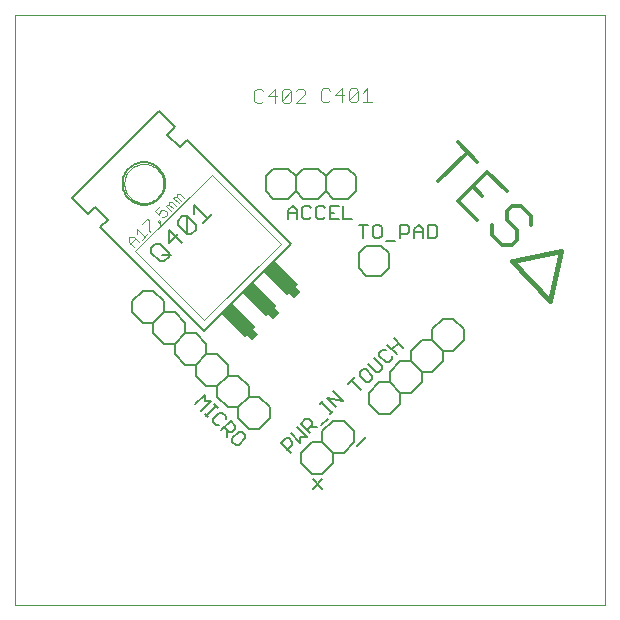
<source format=gto>
G75*
%MOIN*%
%OFA0B0*%
%FSLAX24Y24*%
%IPPOS*%
%LPD*%
%AMOC8*
5,1,8,0,0,1.08239X$1,22.5*
%
%ADD10C,0.0000*%
%ADD11C,0.0060*%
%ADD12C,0.0120*%
%ADD13C,0.0160*%
%ADD14C,0.0050*%
%ADD15C,0.0020*%
%ADD16C,0.0070*%
%ADD17C,0.0040*%
%ADD18R,0.0300X0.0250*%
%ADD19R,0.0500X0.1100*%
D10*
X000100Y000100D02*
X000100Y019785D01*
X019785Y019785D01*
X019785Y000100D01*
X000100Y000100D01*
X003751Y014156D02*
X003753Y014206D01*
X003759Y014256D01*
X003769Y014306D01*
X003782Y014354D01*
X003799Y014402D01*
X003820Y014448D01*
X003844Y014492D01*
X003872Y014534D01*
X003903Y014574D01*
X003937Y014611D01*
X003974Y014646D01*
X004013Y014677D01*
X004054Y014706D01*
X004098Y014731D01*
X004144Y014753D01*
X004191Y014771D01*
X004239Y014785D01*
X004288Y014796D01*
X004338Y014803D01*
X004388Y014806D01*
X004439Y014805D01*
X004489Y014800D01*
X004539Y014791D01*
X004587Y014779D01*
X004635Y014762D01*
X004681Y014742D01*
X004726Y014719D01*
X004769Y014692D01*
X004809Y014662D01*
X004847Y014629D01*
X004882Y014593D01*
X004915Y014554D01*
X004944Y014513D01*
X004970Y014470D01*
X004993Y014425D01*
X005012Y014378D01*
X005027Y014330D01*
X005039Y014281D01*
X005047Y014231D01*
X005051Y014181D01*
X005051Y014131D01*
X005047Y014081D01*
X005039Y014031D01*
X005027Y013982D01*
X005012Y013934D01*
X004993Y013887D01*
X004970Y013842D01*
X004944Y013799D01*
X004915Y013758D01*
X004882Y013719D01*
X004847Y013683D01*
X004809Y013650D01*
X004769Y013620D01*
X004726Y013593D01*
X004681Y013570D01*
X004635Y013550D01*
X004587Y013533D01*
X004539Y013521D01*
X004489Y013512D01*
X004439Y013507D01*
X004388Y013506D01*
X004338Y013509D01*
X004288Y013516D01*
X004239Y013527D01*
X004191Y013541D01*
X004144Y013559D01*
X004098Y013581D01*
X004054Y013606D01*
X004013Y013635D01*
X003974Y013666D01*
X003937Y013701D01*
X003903Y013738D01*
X003872Y013778D01*
X003844Y013820D01*
X003820Y013864D01*
X003799Y013910D01*
X003782Y013958D01*
X003769Y014006D01*
X003759Y014056D01*
X003753Y014106D01*
X003751Y014156D01*
D11*
X003691Y014156D02*
X003693Y014209D01*
X003699Y014262D01*
X003709Y014314D01*
X003723Y014365D01*
X003740Y014415D01*
X003761Y014464D01*
X003786Y014511D01*
X003814Y014556D01*
X003846Y014599D01*
X003881Y014639D01*
X003918Y014676D01*
X003958Y014711D01*
X004001Y014743D01*
X004046Y014771D01*
X004093Y014796D01*
X004142Y014817D01*
X004192Y014834D01*
X004243Y014848D01*
X004295Y014858D01*
X004348Y014864D01*
X004401Y014866D01*
X004454Y014864D01*
X004507Y014858D01*
X004559Y014848D01*
X004610Y014834D01*
X004660Y014817D01*
X004709Y014796D01*
X004756Y014771D01*
X004801Y014743D01*
X004844Y014711D01*
X004884Y014676D01*
X004921Y014639D01*
X004956Y014599D01*
X004988Y014556D01*
X005016Y014511D01*
X005041Y014464D01*
X005062Y014415D01*
X005079Y014365D01*
X005093Y014314D01*
X005103Y014262D01*
X005109Y014209D01*
X005111Y014156D01*
X005109Y014103D01*
X005103Y014050D01*
X005093Y013998D01*
X005079Y013947D01*
X005062Y013897D01*
X005041Y013848D01*
X005016Y013801D01*
X004988Y013756D01*
X004956Y013713D01*
X004921Y013673D01*
X004884Y013636D01*
X004844Y013601D01*
X004801Y013569D01*
X004756Y013541D01*
X004709Y013516D01*
X004660Y013495D01*
X004610Y013478D01*
X004559Y013464D01*
X004507Y013454D01*
X004454Y013448D01*
X004401Y013446D01*
X004348Y013448D01*
X004295Y013454D01*
X004243Y013464D01*
X004192Y013478D01*
X004142Y013495D01*
X004093Y013516D01*
X004046Y013541D01*
X004001Y013569D01*
X003958Y013601D01*
X003918Y013636D01*
X003881Y013673D01*
X003846Y013713D01*
X003814Y013756D01*
X003786Y013801D01*
X003761Y013848D01*
X003740Y013897D01*
X003723Y013947D01*
X003709Y013998D01*
X003699Y014050D01*
X003693Y014103D01*
X003691Y014156D01*
X002774Y013378D02*
X002527Y013131D01*
X001996Y013661D01*
X004896Y016560D01*
X005426Y016030D01*
X005178Y015782D01*
X005603Y015358D01*
X005850Y015606D01*
X009315Y012141D01*
X006416Y009242D01*
X002951Y012707D01*
X003199Y012954D01*
X002774Y013378D01*
X004367Y010583D02*
X004721Y010583D01*
X005074Y010229D01*
X005074Y009876D01*
X005428Y009876D01*
X005782Y009522D01*
X005782Y009169D01*
X006135Y009169D01*
X006489Y008815D01*
X006489Y008462D01*
X006842Y008462D01*
X007196Y008108D01*
X007196Y007755D01*
X007549Y007755D01*
X007903Y007401D01*
X007903Y007047D01*
X008256Y007047D01*
X008610Y006694D01*
X008610Y006340D01*
X008256Y005987D01*
X007903Y005987D01*
X007549Y006340D01*
X007549Y006694D01*
X007196Y006694D01*
X006842Y007047D01*
X006842Y007401D01*
X007196Y007755D01*
X006842Y007401D02*
X006489Y007401D01*
X006135Y007755D01*
X006135Y008108D01*
X005782Y008108D01*
X005428Y008462D01*
X005428Y008815D01*
X005074Y008815D01*
X004721Y009169D01*
X004721Y009522D01*
X004367Y009522D01*
X004014Y009876D01*
X004014Y010229D01*
X004367Y010583D01*
X005074Y009876D02*
X004721Y009522D01*
X005428Y008815D02*
X005782Y009169D01*
X006489Y008462D02*
X006135Y008108D01*
X007549Y006694D02*
X007903Y007047D01*
X009648Y005188D02*
X009648Y004835D01*
X010002Y004481D01*
X010355Y004481D01*
X010709Y004835D01*
X010709Y005188D01*
X011062Y005188D01*
X011416Y005542D01*
X011416Y005895D01*
X011062Y006249D01*
X010709Y006249D01*
X010355Y005895D01*
X010355Y005542D01*
X010709Y005188D01*
X010355Y005542D02*
X010002Y005542D01*
X009648Y005188D01*
X010041Y004291D02*
X010343Y003989D01*
X010343Y004291D02*
X010041Y003989D01*
X011491Y005419D02*
X011793Y005721D01*
X012244Y006464D02*
X012598Y006464D01*
X012952Y006817D01*
X012952Y007171D01*
X013305Y007171D01*
X013659Y007525D01*
X013659Y007878D01*
X013305Y008232D01*
X012952Y008232D01*
X012598Y007878D01*
X012598Y007525D01*
X012952Y007171D01*
X012598Y007525D02*
X012244Y007525D01*
X011891Y007171D01*
X011891Y006817D01*
X012244Y006464D01*
X013659Y007878D02*
X014012Y007878D01*
X014366Y008232D01*
X014366Y008585D01*
X014719Y008585D01*
X015073Y008939D01*
X015073Y009292D01*
X014719Y009646D01*
X014366Y009646D01*
X014012Y009292D01*
X014012Y008939D01*
X014366Y008585D01*
X014012Y008939D02*
X013659Y008939D01*
X013305Y008585D01*
X013305Y008232D01*
X012322Y011085D02*
X011822Y011085D01*
X011572Y011335D01*
X011572Y011835D01*
X011822Y012085D01*
X012322Y012085D01*
X012572Y011835D01*
X012572Y011335D01*
X012322Y011085D01*
X011212Y013655D02*
X010712Y013655D01*
X010462Y013905D01*
X010212Y013655D01*
X009712Y013655D01*
X009462Y013905D01*
X009212Y013655D01*
X008712Y013655D01*
X008462Y013905D01*
X008462Y014405D01*
X008712Y014655D01*
X009212Y014655D01*
X009462Y014405D01*
X009712Y014655D01*
X010212Y014655D01*
X010462Y014405D01*
X010712Y014655D01*
X011212Y014655D01*
X011462Y014405D01*
X011462Y013905D01*
X011212Y013655D01*
X010462Y013905D02*
X010462Y014405D01*
X009462Y014405D02*
X009462Y013905D01*
D12*
X014222Y014229D02*
X015199Y015206D01*
X015524Y014880D02*
X014873Y015532D01*
X015850Y014555D02*
X014873Y013578D01*
X015524Y012927D01*
X016013Y012764D02*
X016013Y012439D01*
X016338Y012113D01*
X016664Y012113D01*
X016827Y012276D01*
X016827Y012602D01*
X016501Y012927D01*
X016501Y013253D01*
X016664Y013415D01*
X016989Y013415D01*
X017315Y013090D01*
X017315Y012764D01*
X016501Y013904D02*
X015850Y014555D01*
X015362Y014067D02*
X015687Y013741D01*
D13*
X016672Y011575D02*
X017952Y010245D01*
X018312Y011915D01*
X016702Y011585D01*
D14*
X014169Y012405D02*
X014169Y012705D01*
X014094Y012780D01*
X013869Y012780D01*
X013869Y012330D01*
X014094Y012330D01*
X014169Y012405D01*
X013709Y012330D02*
X013709Y012630D01*
X013559Y012780D01*
X013408Y012630D01*
X013408Y012330D01*
X013408Y012555D02*
X013709Y012555D01*
X013248Y012555D02*
X013173Y012480D01*
X012948Y012480D01*
X012948Y012330D02*
X012948Y012780D01*
X013173Y012780D01*
X013248Y012705D01*
X013248Y012555D01*
X012788Y012255D02*
X012488Y012255D01*
X012328Y012405D02*
X012328Y012705D01*
X012252Y012780D01*
X012102Y012780D01*
X012027Y012705D01*
X012027Y012405D01*
X012102Y012330D01*
X012252Y012330D01*
X012328Y012405D01*
X011867Y012780D02*
X011567Y012780D01*
X011717Y012780D02*
X011717Y012330D01*
X011357Y012960D02*
X011056Y012960D01*
X011056Y013410D01*
X010896Y013410D02*
X010596Y013410D01*
X010596Y012960D01*
X010896Y012960D01*
X010746Y013185D02*
X010596Y013185D01*
X010436Y013035D02*
X010361Y012960D01*
X010211Y012960D01*
X010136Y013035D01*
X010136Y013335D01*
X010211Y013410D01*
X010361Y013410D01*
X010436Y013335D01*
X009976Y013335D02*
X009901Y013410D01*
X009750Y013410D01*
X009675Y013335D01*
X009675Y013035D01*
X009750Y012960D01*
X009901Y012960D01*
X009976Y013035D01*
X009515Y012960D02*
X009515Y013260D01*
X009365Y013410D01*
X009215Y013260D01*
X009215Y012960D01*
X009215Y013185D02*
X009515Y013185D01*
X012733Y008997D02*
X013052Y008678D01*
X012893Y008838D02*
X012680Y008625D01*
X012673Y008406D02*
X012673Y008300D01*
X012567Y008194D01*
X012461Y008194D01*
X012249Y008406D01*
X012249Y008512D01*
X012355Y008618D01*
X012461Y008618D01*
X012521Y008785D02*
X012840Y008466D01*
X012348Y008080D02*
X012082Y008346D01*
X011870Y008133D02*
X012135Y007868D01*
X012242Y007868D01*
X012348Y007974D01*
X012348Y008080D01*
X012022Y007755D02*
X011810Y007967D01*
X011704Y007967D01*
X011598Y007861D01*
X011598Y007755D01*
X011810Y007543D01*
X011916Y007543D01*
X012022Y007649D01*
X012022Y007755D01*
X011644Y007270D02*
X011325Y007589D01*
X011431Y007695D02*
X011219Y007482D01*
X010708Y007231D02*
X011026Y006913D01*
X010495Y007019D01*
X010814Y006700D01*
X010703Y006589D02*
X010597Y006483D01*
X010650Y006536D02*
X010331Y006855D01*
X010278Y006802D02*
X010384Y006908D01*
X010536Y006317D02*
X010324Y006105D01*
X010158Y006044D02*
X009946Y006044D01*
X009999Y006098D02*
X009839Y005938D01*
X009946Y005832D02*
X009627Y006151D01*
X009786Y006310D01*
X009892Y006310D01*
X009999Y006204D01*
X009999Y006098D01*
X009832Y005719D02*
X009620Y005719D01*
X009620Y005507D01*
X009302Y005825D01*
X009241Y005659D02*
X009135Y005659D01*
X008976Y005500D01*
X009294Y005181D01*
X009188Y005287D02*
X009348Y005446D01*
X009348Y005553D01*
X009241Y005659D01*
X009514Y006037D02*
X009832Y005719D01*
X007779Y005658D02*
X007779Y005764D01*
X007673Y005871D01*
X007567Y005871D01*
X007355Y005658D01*
X007355Y005552D01*
X007461Y005446D01*
X007567Y005446D01*
X007779Y005658D01*
X007454Y005984D02*
X007348Y005878D01*
X007241Y005878D01*
X007082Y006037D01*
X006976Y005931D02*
X007294Y006249D01*
X007454Y006090D01*
X007454Y005984D01*
X007188Y005931D02*
X007188Y005718D01*
X006916Y006097D02*
X006810Y006097D01*
X006704Y006203D01*
X006704Y006309D01*
X006916Y006522D01*
X007022Y006522D01*
X007128Y006416D01*
X007128Y006309D01*
X006858Y006686D02*
X006752Y006792D01*
X006805Y006739D02*
X006487Y006420D01*
X006540Y006367D02*
X006433Y006473D01*
X006320Y006587D02*
X006639Y006905D01*
X006426Y006905D01*
X006426Y007117D01*
X006108Y006799D01*
D15*
X006416Y009595D02*
X004118Y011893D01*
X006663Y014439D01*
X008961Y012141D01*
X006416Y009595D01*
D16*
X005076Y011558D02*
X004927Y011558D01*
X004630Y011855D01*
X004630Y012003D01*
X004779Y012152D01*
X004927Y012152D01*
X005225Y011855D01*
X005225Y011706D01*
X005076Y011558D01*
X005002Y011781D02*
X005299Y011781D01*
X005234Y012162D02*
X005532Y012459D01*
X005680Y012162D02*
X005234Y012608D01*
X005234Y012162D01*
X005542Y012766D02*
X005542Y012915D01*
X005690Y013064D01*
X005839Y013064D01*
X005839Y012469D01*
X005987Y012469D01*
X006136Y012618D01*
X006136Y012766D01*
X005839Y013064D01*
X006072Y013148D02*
X006072Y013445D01*
X006518Y012999D01*
X006369Y012851D02*
X006666Y013148D01*
X005839Y012469D02*
X005542Y012766D01*
D17*
X005165Y013110D02*
X005165Y013195D01*
X005080Y013280D01*
X004995Y013280D01*
X004952Y013237D01*
X004910Y013110D01*
X004783Y013237D01*
X004952Y013407D01*
X005128Y013413D02*
X005170Y013455D01*
X005255Y013455D01*
X005255Y013540D01*
X005340Y013540D01*
X005468Y013413D01*
X005383Y013328D02*
X005255Y013455D01*
X005128Y013413D02*
X005298Y013243D01*
X005165Y013110D02*
X005080Y013025D01*
X004995Y013025D01*
X004906Y012936D02*
X004864Y012894D01*
X004906Y012852D01*
X004949Y012894D01*
X004906Y012936D01*
X004949Y012894D02*
X004949Y012724D01*
X004603Y012549D02*
X004561Y012591D01*
X004561Y012931D01*
X004518Y012973D01*
X004349Y012803D01*
X004173Y012628D02*
X004428Y012373D01*
X004343Y012288D02*
X004513Y012458D01*
X004252Y012198D02*
X004082Y012367D01*
X003913Y012367D01*
X003913Y012198D01*
X004082Y012028D01*
X003955Y012155D02*
X004125Y012325D01*
X004173Y012458D02*
X004173Y012628D01*
X005388Y013673D02*
X005558Y013504D01*
X005643Y013588D02*
X005516Y013716D01*
X005516Y013801D01*
X005601Y013801D01*
X005728Y013673D01*
X005516Y013716D02*
X005431Y013716D01*
X005388Y013673D01*
X008159Y016845D02*
X008312Y016845D01*
X008389Y016922D01*
X008542Y017075D02*
X008849Y017075D01*
X009003Y016922D02*
X009079Y016845D01*
X009233Y016845D01*
X009310Y016922D01*
X009310Y017229D01*
X009003Y016922D01*
X009003Y017229D01*
X009079Y017305D01*
X009233Y017305D01*
X009310Y017229D01*
X009463Y017229D02*
X009540Y017305D01*
X009693Y017305D01*
X009770Y017229D01*
X009770Y017152D01*
X009463Y016845D01*
X009770Y016845D01*
X010312Y016942D02*
X010312Y017249D01*
X010389Y017325D01*
X010542Y017325D01*
X010619Y017249D01*
X010772Y017095D02*
X011079Y017095D01*
X011233Y016942D02*
X011309Y016865D01*
X011463Y016865D01*
X011540Y016942D01*
X011540Y017249D01*
X011233Y016942D01*
X011233Y017249D01*
X011309Y017325D01*
X011463Y017325D01*
X011540Y017249D01*
X011693Y017172D02*
X011847Y017325D01*
X011847Y016865D01*
X012000Y016865D02*
X011693Y016865D01*
X011002Y016865D02*
X011002Y017325D01*
X010772Y017095D01*
X010619Y016942D02*
X010542Y016865D01*
X010389Y016865D01*
X010312Y016942D01*
X008772Y016845D02*
X008772Y017305D01*
X008542Y017075D01*
X008389Y017229D02*
X008312Y017305D01*
X008159Y017305D01*
X008082Y017229D01*
X008082Y016922D01*
X008159Y016845D01*
D18*
G36*
X009633Y010549D02*
X009422Y010338D01*
X009245Y010515D01*
X009456Y010726D01*
X009633Y010549D01*
G37*
G36*
X008926Y009842D02*
X008715Y009631D01*
X008538Y009808D01*
X008749Y010019D01*
X008926Y009842D01*
G37*
G36*
X008219Y009135D02*
X008008Y008924D01*
X007831Y009101D01*
X008042Y009312D01*
X008219Y009135D01*
G37*
D19*
G36*
X008112Y009383D02*
X007759Y009030D01*
X006982Y009807D01*
X007335Y010160D01*
X008112Y009383D01*
G37*
G36*
X008819Y010090D02*
X008466Y009737D01*
X007689Y010514D01*
X008042Y010867D01*
X008819Y010090D01*
G37*
G36*
X009526Y010798D02*
X009173Y010445D01*
X008396Y011222D01*
X008749Y011575D01*
X009526Y010798D01*
G37*
M02*

</source>
